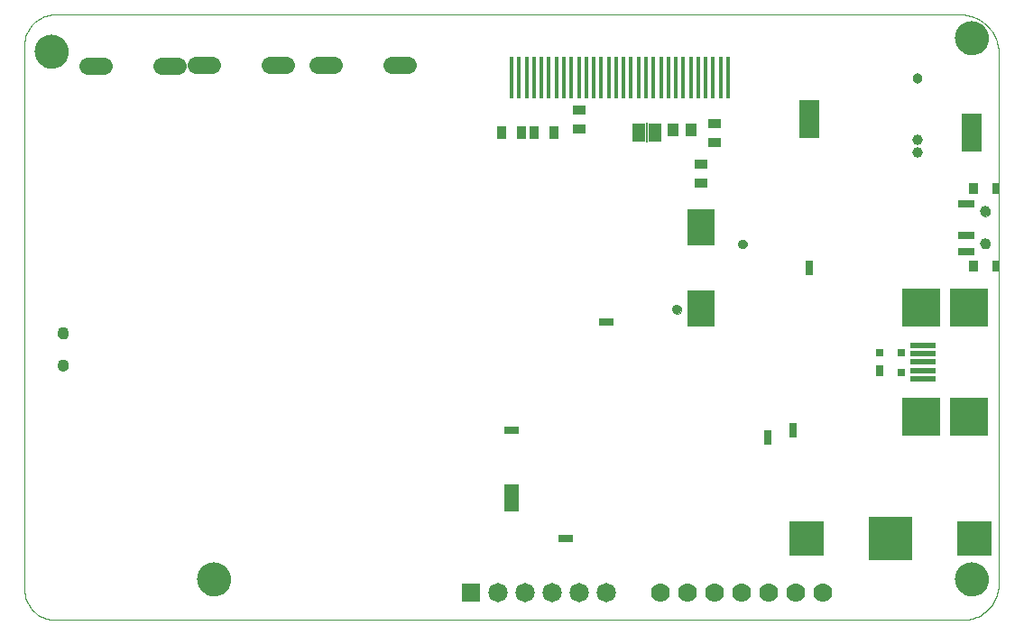
<source format=gbs>
G75*
%MOIN*%
%OFA0B0*%
%FSLAX24Y24*%
%IPPOS*%
%LPD*%
%AMOC8*
5,1,8,0,0,1.08239X$1,22.5*
%
%ADD10C,0.0000*%
%ADD11C,0.0434*%
%ADD12R,0.0540X0.0290*%
%ADD13R,0.0715X0.0715*%
%ADD14C,0.0715*%
%ADD15R,0.0540X0.1040*%
%ADD16R,0.0946X0.0237*%
%ADD17R,0.1418X0.1418*%
%ADD18R,0.0178X0.1540*%
%ADD19R,0.0355X0.0512*%
%ADD20R,0.0512X0.0355*%
%ADD21R,0.0060X0.0720*%
%ADD22R,0.0500X0.0670*%
%ADD23R,0.0434X0.0473*%
%ADD24C,0.0640*%
%ADD25R,0.1600X0.1600*%
%ADD26R,0.1290X0.1290*%
%ADD27R,0.1024X0.1339*%
%ADD28C,0.0355*%
%ADD29C,0.1240*%
%ADD30C,0.0390*%
%ADD31R,0.0740X0.1390*%
%ADD32R,0.0631X0.0316*%
%ADD33R,0.0276X0.0434*%
%ADD34R,0.0355X0.0434*%
%ADD35C,0.0394*%
%ADD36C,0.0380*%
%ADD37R,0.0316X0.0434*%
%ADD38R,0.0316X0.0276*%
%ADD39R,0.0290X0.0540*%
%ADD40C,0.0700*%
D10*
X001624Y000310D02*
X035178Y000310D01*
X035249Y000312D01*
X035320Y000318D01*
X035391Y000327D01*
X035460Y000341D01*
X035530Y000358D01*
X035598Y000379D01*
X035664Y000403D01*
X035730Y000431D01*
X035793Y000463D01*
X035855Y000498D01*
X035915Y000536D01*
X035973Y000578D01*
X036029Y000623D01*
X036082Y000670D01*
X036132Y000720D01*
X036179Y000773D01*
X036224Y000829D01*
X036266Y000887D01*
X036304Y000947D01*
X036339Y001009D01*
X036371Y001072D01*
X036399Y001138D01*
X036423Y001204D01*
X036444Y001272D01*
X036461Y001342D01*
X036475Y001411D01*
X036484Y001482D01*
X036490Y001553D01*
X036492Y001624D01*
X036492Y021261D01*
X034900Y021810D02*
X034902Y021859D01*
X034908Y021907D01*
X034918Y021955D01*
X034932Y022002D01*
X034949Y022048D01*
X034970Y022092D01*
X034995Y022134D01*
X035023Y022174D01*
X035055Y022212D01*
X035089Y022247D01*
X035126Y022279D01*
X035165Y022308D01*
X035207Y022334D01*
X035251Y022356D01*
X035296Y022374D01*
X035343Y022389D01*
X035390Y022400D01*
X035439Y022407D01*
X035488Y022410D01*
X035537Y022409D01*
X035585Y022404D01*
X035634Y022395D01*
X035681Y022382D01*
X035727Y022365D01*
X035771Y022345D01*
X035814Y022321D01*
X035855Y022294D01*
X035893Y022263D01*
X035929Y022230D01*
X035961Y022194D01*
X035991Y022155D01*
X036018Y022114D01*
X036041Y022070D01*
X036060Y022025D01*
X036076Y021979D01*
X036088Y021932D01*
X036096Y021883D01*
X036100Y021834D01*
X036100Y021786D01*
X036096Y021737D01*
X036088Y021688D01*
X036076Y021641D01*
X036060Y021595D01*
X036041Y021550D01*
X036018Y021506D01*
X035991Y021465D01*
X035961Y021426D01*
X035929Y021390D01*
X035893Y021357D01*
X035855Y021326D01*
X035814Y021299D01*
X035771Y021275D01*
X035727Y021255D01*
X035681Y021238D01*
X035634Y021225D01*
X035585Y021216D01*
X035537Y021211D01*
X035488Y021210D01*
X035439Y021213D01*
X035390Y021220D01*
X035343Y021231D01*
X035296Y021246D01*
X035251Y021264D01*
X035207Y021286D01*
X035165Y021312D01*
X035126Y021341D01*
X035089Y021373D01*
X035055Y021408D01*
X035023Y021446D01*
X034995Y021486D01*
X034970Y021528D01*
X034949Y021572D01*
X034932Y021618D01*
X034918Y021665D01*
X034908Y021713D01*
X034902Y021761D01*
X034900Y021810D01*
X035073Y022680D02*
X035147Y022678D01*
X035221Y022672D01*
X035295Y022663D01*
X035368Y022649D01*
X035440Y022632D01*
X035511Y022611D01*
X035582Y022586D01*
X035650Y022557D01*
X035717Y022525D01*
X035783Y022490D01*
X035846Y022451D01*
X035907Y022409D01*
X035966Y022364D01*
X036022Y022316D01*
X036076Y022264D01*
X036128Y022210D01*
X036176Y022154D01*
X036221Y022095D01*
X036263Y022034D01*
X036302Y021971D01*
X036337Y021905D01*
X036369Y021838D01*
X036398Y021770D01*
X036423Y021699D01*
X036444Y021628D01*
X036461Y021556D01*
X036475Y021483D01*
X036484Y021409D01*
X036490Y021335D01*
X036492Y021261D01*
X035073Y022680D02*
X001617Y022680D01*
X001552Y022678D01*
X001487Y022672D01*
X001423Y022663D01*
X001359Y022650D01*
X001297Y022633D01*
X001235Y022613D01*
X001175Y022589D01*
X001116Y022561D01*
X001059Y022530D01*
X001003Y022496D01*
X000950Y022459D01*
X000899Y022419D01*
X000850Y022375D01*
X000805Y022330D01*
X000761Y022281D01*
X000721Y022230D01*
X000684Y022177D01*
X000650Y022122D01*
X000619Y022064D01*
X000591Y022005D01*
X000567Y021945D01*
X000547Y021883D01*
X000530Y021821D01*
X000517Y021757D01*
X000508Y021693D01*
X000502Y021628D01*
X000500Y021563D01*
X000500Y001434D01*
X000502Y001369D01*
X000508Y001304D01*
X000517Y001239D01*
X000530Y001175D01*
X000547Y001112D01*
X000568Y001050D01*
X000592Y000989D01*
X000620Y000930D01*
X000651Y000872D01*
X000685Y000816D01*
X000722Y000763D01*
X000763Y000712D01*
X000806Y000663D01*
X000853Y000616D01*
X000902Y000573D01*
X000953Y000532D01*
X001006Y000495D01*
X001062Y000461D01*
X001120Y000430D01*
X001179Y000402D01*
X001240Y000378D01*
X001302Y000357D01*
X001365Y000340D01*
X001429Y000327D01*
X001494Y000318D01*
X001559Y000312D01*
X001624Y000310D01*
X006900Y001810D02*
X006902Y001859D01*
X006908Y001907D01*
X006918Y001955D01*
X006932Y002002D01*
X006949Y002048D01*
X006970Y002092D01*
X006995Y002134D01*
X007023Y002174D01*
X007055Y002212D01*
X007089Y002247D01*
X007126Y002279D01*
X007165Y002308D01*
X007207Y002334D01*
X007251Y002356D01*
X007296Y002374D01*
X007343Y002389D01*
X007390Y002400D01*
X007439Y002407D01*
X007488Y002410D01*
X007537Y002409D01*
X007585Y002404D01*
X007634Y002395D01*
X007681Y002382D01*
X007727Y002365D01*
X007771Y002345D01*
X007814Y002321D01*
X007855Y002294D01*
X007893Y002263D01*
X007929Y002230D01*
X007961Y002194D01*
X007991Y002155D01*
X008018Y002114D01*
X008041Y002070D01*
X008060Y002025D01*
X008076Y001979D01*
X008088Y001932D01*
X008096Y001883D01*
X008100Y001834D01*
X008100Y001786D01*
X008096Y001737D01*
X008088Y001688D01*
X008076Y001641D01*
X008060Y001595D01*
X008041Y001550D01*
X008018Y001506D01*
X007991Y001465D01*
X007961Y001426D01*
X007929Y001390D01*
X007893Y001357D01*
X007855Y001326D01*
X007814Y001299D01*
X007771Y001275D01*
X007727Y001255D01*
X007681Y001238D01*
X007634Y001225D01*
X007585Y001216D01*
X007537Y001211D01*
X007488Y001210D01*
X007439Y001213D01*
X007390Y001220D01*
X007343Y001231D01*
X007296Y001246D01*
X007251Y001264D01*
X007207Y001286D01*
X007165Y001312D01*
X007126Y001341D01*
X007089Y001373D01*
X007055Y001408D01*
X007023Y001446D01*
X006995Y001486D01*
X006970Y001528D01*
X006949Y001572D01*
X006932Y001618D01*
X006918Y001665D01*
X006908Y001713D01*
X006902Y001761D01*
X006900Y001810D01*
X001720Y009719D02*
X001722Y009746D01*
X001728Y009773D01*
X001737Y009799D01*
X001750Y009823D01*
X001766Y009846D01*
X001785Y009865D01*
X001807Y009882D01*
X001831Y009896D01*
X001856Y009906D01*
X001883Y009913D01*
X001910Y009916D01*
X001938Y009915D01*
X001965Y009910D01*
X001991Y009902D01*
X002015Y009890D01*
X002038Y009874D01*
X002059Y009856D01*
X002076Y009835D01*
X002091Y009811D01*
X002102Y009786D01*
X002110Y009760D01*
X002114Y009733D01*
X002114Y009705D01*
X002110Y009678D01*
X002102Y009652D01*
X002091Y009627D01*
X002076Y009603D01*
X002059Y009582D01*
X002038Y009564D01*
X002016Y009548D01*
X001991Y009536D01*
X001965Y009528D01*
X001938Y009523D01*
X001910Y009522D01*
X001883Y009525D01*
X001856Y009532D01*
X001831Y009542D01*
X001807Y009556D01*
X001785Y009573D01*
X001766Y009592D01*
X001750Y009615D01*
X001737Y009639D01*
X001728Y009665D01*
X001722Y009692D01*
X001720Y009719D01*
X001720Y010901D02*
X001722Y010928D01*
X001728Y010955D01*
X001737Y010981D01*
X001750Y011005D01*
X001766Y011028D01*
X001785Y011047D01*
X001807Y011064D01*
X001831Y011078D01*
X001856Y011088D01*
X001883Y011095D01*
X001910Y011098D01*
X001938Y011097D01*
X001965Y011092D01*
X001991Y011084D01*
X002015Y011072D01*
X002038Y011056D01*
X002059Y011038D01*
X002076Y011017D01*
X002091Y010993D01*
X002102Y010968D01*
X002110Y010942D01*
X002114Y010915D01*
X002114Y010887D01*
X002110Y010860D01*
X002102Y010834D01*
X002091Y010809D01*
X002076Y010785D01*
X002059Y010764D01*
X002038Y010746D01*
X002016Y010730D01*
X001991Y010718D01*
X001965Y010710D01*
X001938Y010705D01*
X001910Y010704D01*
X001883Y010707D01*
X001856Y010714D01*
X001831Y010724D01*
X001807Y010738D01*
X001785Y010755D01*
X001766Y010774D01*
X001750Y010797D01*
X001737Y010821D01*
X001728Y010847D01*
X001722Y010874D01*
X001720Y010901D01*
X000900Y021310D02*
X000902Y021359D01*
X000908Y021407D01*
X000918Y021455D01*
X000932Y021502D01*
X000949Y021548D01*
X000970Y021592D01*
X000995Y021634D01*
X001023Y021674D01*
X001055Y021712D01*
X001089Y021747D01*
X001126Y021779D01*
X001165Y021808D01*
X001207Y021834D01*
X001251Y021856D01*
X001296Y021874D01*
X001343Y021889D01*
X001390Y021900D01*
X001439Y021907D01*
X001488Y021910D01*
X001537Y021909D01*
X001585Y021904D01*
X001634Y021895D01*
X001681Y021882D01*
X001727Y021865D01*
X001771Y021845D01*
X001814Y021821D01*
X001855Y021794D01*
X001893Y021763D01*
X001929Y021730D01*
X001961Y021694D01*
X001991Y021655D01*
X002018Y021614D01*
X002041Y021570D01*
X002060Y021525D01*
X002076Y021479D01*
X002088Y021432D01*
X002096Y021383D01*
X002100Y021334D01*
X002100Y021286D01*
X002096Y021237D01*
X002088Y021188D01*
X002076Y021141D01*
X002060Y021095D01*
X002041Y021050D01*
X002018Y021006D01*
X001991Y020965D01*
X001961Y020926D01*
X001929Y020890D01*
X001893Y020857D01*
X001855Y020826D01*
X001814Y020799D01*
X001771Y020775D01*
X001727Y020755D01*
X001681Y020738D01*
X001634Y020725D01*
X001585Y020716D01*
X001537Y020711D01*
X001488Y020710D01*
X001439Y020713D01*
X001390Y020720D01*
X001343Y020731D01*
X001296Y020746D01*
X001251Y020764D01*
X001207Y020786D01*
X001165Y020812D01*
X001126Y020841D01*
X001089Y020873D01*
X001055Y020908D01*
X001023Y020946D01*
X000995Y020986D01*
X000970Y021028D01*
X000949Y021072D01*
X000932Y021118D01*
X000918Y021165D01*
X000908Y021213D01*
X000902Y021261D01*
X000900Y021310D01*
X024457Y011776D02*
X024459Y011801D01*
X024465Y011825D01*
X024474Y011847D01*
X024487Y011868D01*
X024503Y011887D01*
X024522Y011903D01*
X024543Y011916D01*
X024565Y011925D01*
X024589Y011931D01*
X024614Y011933D01*
X024639Y011931D01*
X024663Y011925D01*
X024685Y011916D01*
X024706Y011903D01*
X024725Y011887D01*
X024741Y011868D01*
X024754Y011847D01*
X024763Y011825D01*
X024769Y011801D01*
X024771Y011776D01*
X024769Y011751D01*
X024763Y011727D01*
X024754Y011705D01*
X024741Y011684D01*
X024725Y011665D01*
X024706Y011649D01*
X024685Y011636D01*
X024663Y011627D01*
X024639Y011621D01*
X024614Y011619D01*
X024589Y011621D01*
X024565Y011627D01*
X024543Y011636D01*
X024522Y011649D01*
X024503Y011665D01*
X024487Y011684D01*
X024474Y011705D01*
X024465Y011727D01*
X024459Y011751D01*
X024457Y011776D01*
X026877Y014196D02*
X026879Y014221D01*
X026885Y014245D01*
X026894Y014267D01*
X026907Y014288D01*
X026923Y014307D01*
X026942Y014323D01*
X026963Y014336D01*
X026985Y014345D01*
X027009Y014351D01*
X027034Y014353D01*
X027059Y014351D01*
X027083Y014345D01*
X027105Y014336D01*
X027126Y014323D01*
X027145Y014307D01*
X027161Y014288D01*
X027174Y014267D01*
X027183Y014245D01*
X027189Y014221D01*
X027191Y014196D01*
X027189Y014171D01*
X027183Y014147D01*
X027174Y014125D01*
X027161Y014104D01*
X027145Y014085D01*
X027126Y014069D01*
X027105Y014056D01*
X027083Y014047D01*
X027059Y014041D01*
X027034Y014039D01*
X027009Y014041D01*
X026985Y014047D01*
X026963Y014056D01*
X026942Y014069D01*
X026923Y014085D01*
X026907Y014104D01*
X026894Y014125D01*
X026885Y014147D01*
X026879Y014171D01*
X026877Y014196D01*
X035823Y014219D02*
X035825Y014245D01*
X035831Y014271D01*
X035841Y014296D01*
X035854Y014319D01*
X035870Y014339D01*
X035890Y014357D01*
X035912Y014372D01*
X035935Y014384D01*
X035961Y014392D01*
X035987Y014396D01*
X036013Y014396D01*
X036039Y014392D01*
X036065Y014384D01*
X036089Y014372D01*
X036110Y014357D01*
X036130Y014339D01*
X036146Y014319D01*
X036159Y014296D01*
X036169Y014271D01*
X036175Y014245D01*
X036177Y014219D01*
X036175Y014193D01*
X036169Y014167D01*
X036159Y014142D01*
X036146Y014119D01*
X036130Y014099D01*
X036110Y014081D01*
X036088Y014066D01*
X036065Y014054D01*
X036039Y014046D01*
X036013Y014042D01*
X035987Y014042D01*
X035961Y014046D01*
X035935Y014054D01*
X035911Y014066D01*
X035890Y014081D01*
X035870Y014099D01*
X035854Y014119D01*
X035841Y014142D01*
X035831Y014167D01*
X035825Y014193D01*
X035823Y014219D01*
X035823Y015401D02*
X035825Y015427D01*
X035831Y015453D01*
X035841Y015478D01*
X035854Y015501D01*
X035870Y015521D01*
X035890Y015539D01*
X035912Y015554D01*
X035935Y015566D01*
X035961Y015574D01*
X035987Y015578D01*
X036013Y015578D01*
X036039Y015574D01*
X036065Y015566D01*
X036089Y015554D01*
X036110Y015539D01*
X036130Y015521D01*
X036146Y015501D01*
X036159Y015478D01*
X036169Y015453D01*
X036175Y015427D01*
X036177Y015401D01*
X036175Y015375D01*
X036169Y015349D01*
X036159Y015324D01*
X036146Y015301D01*
X036130Y015281D01*
X036110Y015263D01*
X036088Y015248D01*
X036065Y015236D01*
X036039Y015228D01*
X036013Y015224D01*
X035987Y015224D01*
X035961Y015228D01*
X035935Y015236D01*
X035911Y015248D01*
X035890Y015263D01*
X035870Y015281D01*
X035854Y015301D01*
X035841Y015324D01*
X035831Y015349D01*
X035825Y015375D01*
X035823Y015401D01*
X034900Y001810D02*
X034902Y001859D01*
X034908Y001907D01*
X034918Y001955D01*
X034932Y002002D01*
X034949Y002048D01*
X034970Y002092D01*
X034995Y002134D01*
X035023Y002174D01*
X035055Y002212D01*
X035089Y002247D01*
X035126Y002279D01*
X035165Y002308D01*
X035207Y002334D01*
X035251Y002356D01*
X035296Y002374D01*
X035343Y002389D01*
X035390Y002400D01*
X035439Y002407D01*
X035488Y002410D01*
X035537Y002409D01*
X035585Y002404D01*
X035634Y002395D01*
X035681Y002382D01*
X035727Y002365D01*
X035771Y002345D01*
X035814Y002321D01*
X035855Y002294D01*
X035893Y002263D01*
X035929Y002230D01*
X035961Y002194D01*
X035991Y002155D01*
X036018Y002114D01*
X036041Y002070D01*
X036060Y002025D01*
X036076Y001979D01*
X036088Y001932D01*
X036096Y001883D01*
X036100Y001834D01*
X036100Y001786D01*
X036096Y001737D01*
X036088Y001688D01*
X036076Y001641D01*
X036060Y001595D01*
X036041Y001550D01*
X036018Y001506D01*
X035991Y001465D01*
X035961Y001426D01*
X035929Y001390D01*
X035893Y001357D01*
X035855Y001326D01*
X035814Y001299D01*
X035771Y001275D01*
X035727Y001255D01*
X035681Y001238D01*
X035634Y001225D01*
X035585Y001216D01*
X035537Y001211D01*
X035488Y001210D01*
X035439Y001213D01*
X035390Y001220D01*
X035343Y001231D01*
X035296Y001246D01*
X035251Y001264D01*
X035207Y001286D01*
X035165Y001312D01*
X035126Y001341D01*
X035089Y001373D01*
X035055Y001408D01*
X035023Y001446D01*
X034995Y001486D01*
X034970Y001528D01*
X034949Y001572D01*
X034932Y001618D01*
X034918Y001665D01*
X034908Y001713D01*
X034902Y001761D01*
X034900Y001810D01*
D11*
X001917Y009719D03*
X001917Y010901D03*
D12*
X018500Y007310D03*
X020500Y003310D03*
X022000Y011310D03*
D13*
X017000Y001310D03*
D14*
X018000Y001310D03*
X019000Y001310D03*
X020000Y001310D03*
X021000Y001310D03*
X022000Y001310D03*
D15*
X018500Y004810D03*
D16*
X033713Y009208D03*
X033713Y009523D03*
X033713Y009838D03*
X033713Y010153D03*
X033713Y010467D03*
D17*
X033634Y011845D03*
X035406Y011845D03*
X035406Y007830D03*
X033634Y007830D03*
D18*
X026496Y020338D03*
X026220Y020338D03*
X025945Y020338D03*
X025669Y020338D03*
X025394Y020338D03*
X025118Y020338D03*
X024843Y020338D03*
X024567Y020338D03*
X024291Y020338D03*
X024016Y020338D03*
X023740Y020338D03*
X023465Y020338D03*
X023189Y020338D03*
X022913Y020338D03*
X022638Y020338D03*
X022362Y020338D03*
X022087Y020338D03*
X021811Y020338D03*
X021535Y020338D03*
X021260Y020338D03*
X020984Y020338D03*
X020709Y020338D03*
X020433Y020338D03*
X020157Y020338D03*
X019882Y020338D03*
X019606Y020338D03*
X019331Y020338D03*
X019055Y020338D03*
X018780Y020338D03*
X018504Y020338D03*
D19*
X018854Y018310D03*
X019346Y018310D03*
X020054Y018310D03*
X018146Y018310D03*
D20*
X021000Y018456D03*
X021000Y019164D03*
X025500Y017164D03*
X025500Y016456D03*
X026000Y017956D03*
X026000Y018664D03*
D21*
X023500Y018310D03*
D22*
X023800Y018310D03*
X023200Y018310D03*
D23*
X024465Y018410D03*
X025135Y018410D03*
D24*
X014678Y020822D02*
X014078Y020822D01*
X011922Y020822D02*
X011322Y020822D01*
X010178Y020822D02*
X009578Y020822D01*
X007422Y020822D02*
X006822Y020822D01*
X006178Y020798D02*
X005578Y020798D01*
X003422Y020798D02*
X002822Y020798D01*
D25*
X032500Y003310D03*
D26*
X029400Y003310D03*
X035600Y003310D03*
D27*
X025500Y011810D03*
X025500Y014810D03*
D28*
X027034Y014196D03*
X024614Y011776D03*
D29*
X035500Y021810D03*
X035500Y001810D03*
X007500Y001810D03*
X001500Y021310D03*
D30*
X033500Y018046D03*
X033500Y017574D03*
D31*
X035500Y018310D03*
X029500Y018810D03*
D32*
X035311Y015696D03*
X035311Y014515D03*
X035311Y013924D03*
D33*
X036394Y013373D03*
X036394Y016247D03*
D34*
X035567Y016247D03*
X035567Y013373D03*
D35*
X036000Y014219D03*
X036000Y015401D03*
D36*
X033500Y020310D03*
D37*
X032106Y009515D03*
D38*
X032894Y009436D03*
X032894Y010184D03*
X032106Y010184D03*
D39*
X028900Y007310D03*
X027950Y007060D03*
X029500Y013310D03*
D40*
X029000Y001310D03*
X028000Y001310D03*
X027000Y001310D03*
X026000Y001310D03*
X025000Y001310D03*
X024000Y001310D03*
X030000Y001310D03*
M02*

</source>
